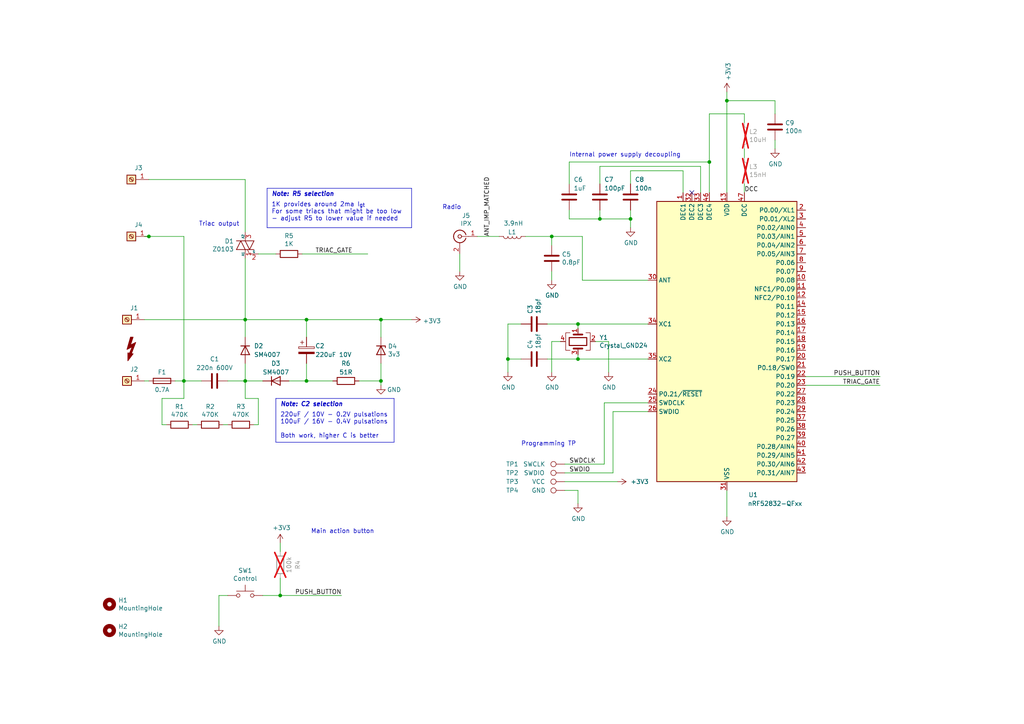
<source format=kicad_sch>
(kicad_sch (version 20231120) (generator "eeschema") (generator_version "8.0")
  (paper "A4")
  (title_block (title "Nordic Switch") (date "2024-10-04") (rev "1.1a") (company "dossalab"))
  (lib_symbols
    (symbol "Connector:Conn_Coaxial" (pin_names (offset 1.016) hide)
      (property "Reference" "J" (at 0.254 3.048 0))
      (property "Value" "Conn_Coaxial" (at 2.921 0 90))
      (symbol "Conn_Coaxial_0_1"
        (arc (start -1.778 -0.508) (mid 0.222 -1.808) (end 1.778 0) (stroke (width 0.254)))
        (polyline (pts (xy -2.54 0) (xy -0.508 0)))
        (polyline (pts (xy 0 -2.54) (xy 0 -1.778)))
        (circle (center 0 0) (radius 0.508) (stroke (width 0.2032)))
        (arc (start 1.778 0) (mid 0.222 1.8083) (end -1.778 0.508) (stroke (width 0.254)))
      )
      (symbol "Conn_Coaxial_1_1"
        (pin passive line (at -5.08 0 0) (length 2.54) (name "In") (number "1"))
        (pin passive line (at 0 -5.08 90) (length 2.54) (name "Ext") (number "2"))
      )
    )
    (symbol "Connector:Screw_Terminal_01x01" (pin_names (offset 1.016) hide)
      (property "Reference" "J" (at 0 2.54 0))
      (property "Value" "Screw_Terminal_01x01" (at 0 -2.54 0))
      (symbol "Screw_Terminal_01x01_1_1"
        (rectangle (start -1.27 1.27) (end 1.27 -1.27) (stroke (width 0.254)) (fill (type background)))
        (polyline (pts (xy -0.5334 0.3302) (xy 0.3302 -0.508)) (stroke (width 0.1524)))
        (polyline (pts (xy -0.3556 0.508) (xy 0.508 -0.3302)) (stroke (width 0.1524)))
        (circle (center 0 0) (radius 0.635) (stroke (width 0.1524)))
        (pin passive line (at -5.08 0 0) (length 3.81) (name "Pin_1") (number "1"))
      )
    )
    (symbol "Connector:TestPoint" (pin_numbers hide) (pin_names (offset 0.762) hide)
      (property "Reference" "TP" (at 0 6.858 0))
      (property "Value" "TestPoint" (at 0 5.08 0))
      (symbol "TestPoint_0_1"
        (circle (center 0 3.302) (radius 0.762))
      )
      (symbol "TestPoint_1_1"
        (pin passive line (at 0 0 90) (length 2.54) (name "1") (number "1"))
      )
    )
    (symbol "Device:C" (pin_numbers hide) (pin_names (offset 0.254))
      (property "Reference" "C" (at 0.635 2.54 0))
      (property "Value" "C" (at 0.635 -2.54 0))
      (symbol "C_0_1"
        (polyline (pts (xy -2.032 -0.762) (xy 2.032 -0.762)) (stroke (width 0.508)))
        (polyline (pts (xy -2.032 0.762) (xy 2.032 0.762)) (stroke (width 0.508)))
      )
      (symbol "C_1_1"
        (pin passive line (at 0 3.81 270) (length 2.794) (name "~") (number "1"))
        (pin passive line (at 0 -3.81 90) (length 2.794) (name "~") (number "2"))
      )
    )
    (symbol "Device:CP" (pin_numbers hide) (pin_names (offset 0.254))
      (property "Reference" "C" (at 0.635 2.54 0))
      (property "Value" "Device_CP" (at 0.635 -2.54 0))
      (symbol "CP_0_1"
        (rectangle (start -2.286 0.508) (end 2.286 1.016))
        (polyline (pts (xy -1.778 2.286) (xy -0.762 2.286)))
        (polyline (pts (xy -1.27 2.794) (xy -1.27 1.778)))
        (rectangle (start 2.286 -0.508) (end -2.286 -1.016) (fill (type outline)))
      )
      (symbol "CP_1_1"
        (pin passive line (at 0 3.81 270) (length 2.794) (name "~") (number "1"))
        (pin passive line (at 0 -3.81 90) (length 2.794) (name "~") (number "2"))
      )
    )
    (symbol "Device:Crystal_GND24" (pin_names (offset 1.016) hide)
      (property "Reference" "Y" (at 3.175 5.08 0))
      (property "Value" "Crystal_GND24" (at 3.175 3.175 0))
      (symbol "Crystal_GND24_0_1"
        (rectangle (start -1.143 2.54) (end 1.143 -2.54) (stroke (width 0.3048)))
        (polyline (pts (xy -2.54 0) (xy -2.032 0)))
        (polyline (pts (xy -2.032 -1.27) (xy -2.032 1.27)) (stroke (width 0.508)))
        (polyline (pts (xy 0 -3.81) (xy 0 -3.556)))
        (polyline (pts (xy 0 3.556) (xy 0 3.81)))
        (polyline (pts (xy 2.032 -1.27) (xy 2.032 1.27)) (stroke (width 0.508)))
        (polyline (pts (xy 2.032 0) (xy 2.54 0)))
        (polyline (pts (xy -2.54 -2.286) (xy -2.54 -3.556) (xy 2.54 -3.556) (xy 2.54 -2.286)))
        (polyline (pts (xy -2.54 2.286) (xy -2.54 3.556) (xy 2.54 3.556) (xy 2.54 2.286)))
      )
      (symbol "Crystal_GND24_1_1"
        (pin passive line (at -3.81 0 0) (length 1.27) (name "1") (number "1"))
        (pin passive line (at 0 5.08 270) (length 1.27) (name "2") (number "2"))
        (pin passive line (at 3.81 0 180) (length 1.27) (name "3") (number "3"))
        (pin passive line (at 0 -5.08 90) (length 1.27) (name "4") (number "4"))
      )
    )
    (symbol "Device:D_Zener" (pin_numbers hide) (pin_names (offset 1.016) hide)
      (property "Reference" "D" (at 0 2.54 0))
      (property "Value" "D_Zener" (at 0 -2.54 0))
      (symbol "D_Zener_0_1"
        (polyline (pts (xy 1.27 0) (xy -1.27 0)))
        (polyline (pts (xy -1.27 -1.27) (xy -1.27 1.27) (xy -0.762 1.27)) (stroke (width 0.254)))
        (polyline (pts (xy 1.27 -1.27) (xy 1.27 1.27) (xy -1.27 0) (xy 1.27 -1.27)) (stroke (width 0.254)))
      )
      (symbol "D_Zener_1_1"
        (pin passive line (at -3.81 0 0) (length 2.54) (name "K") (number "1"))
        (pin passive line (at 3.81 0 180) (length 2.54) (name "A") (number "2"))
      )
    )
    (symbol "Device:Fuse" (pin_numbers hide) (pin_names (offset 0))
      (property "Reference" "F" (at 2.032 0 90))
      (property "Value" "Fuse" (at -1.905 0 90))
      (symbol "Fuse_0_1"
        (rectangle (start -0.762 -2.54) (end 0.762 2.54) (stroke (width 0.254)))
        (polyline (pts (xy 0 2.54) (xy 0 -2.54)))
      )
      (symbol "Fuse_1_1"
        (pin passive line (at 0 3.81 270) (length 1.27) (name "~") (number "1"))
        (pin passive line (at 0 -3.81 90) (length 1.27) (name "~") (number "2"))
      )
    )
    (symbol "Device:L" (pin_numbers hide) (pin_names (offset 1.016) hide)
      (property "Reference" "L" (at -1.27 0 90))
      (property "Value" "L" (at 1.905 0 90))
      (symbol "L_0_1"
        (arc (start 0 -2.54) (mid 0.6323 -1.905) (end 0 -1.27))
        (arc (start 0 -1.27) (mid 0.6323 -0.635) (end 0 0))
        (arc (start 0 0) (mid 0.6323 0.635) (end 0 1.27))
        (arc (start 0 1.27) (mid 0.6323 1.905) (end 0 2.54))
      )
      (symbol "L_1_1"
        (pin passive line (at 0 3.81 270) (length 1.27) (name "1") (number "1"))
        (pin passive line (at 0 -3.81 90) (length 1.27) (name "2") (number "2"))
      )
    )
    (symbol "Device:Q_TRIAC_A1GA2" (pin_names (offset 0))
      (property "Reference" "D" (at 3.175 0.635 0))
      (property "Value" "Q_TRIAC_A1GA2" (at 3.175 -1.27 0))
      (symbol "Q_TRIAC_A1GA2_0_1"
        (polyline (pts (xy -2.54 -1.27) (xy 2.54 -1.27)) (stroke (width 0.2032)))
        (polyline (pts (xy -2.54 1.27) (xy 2.54 1.27)) (stroke (width 0.2032)))
        (polyline (pts (xy -1.27 -2.54) (xy -0.635 -1.27)))
        (polyline (pts (xy -2.54 1.27) (xy -1.27 -1.27) (xy 0 1.27)) (stroke (width 0.2032)))
        (polyline (pts (xy 0 -1.27) (xy 1.27 1.27) (xy 2.54 -1.27)) (stroke (width 0.2032)))
      )
      (symbol "Q_TRIAC_A1GA2_1_1"
        (pin passive line (at 0 -3.81 90) (length 2.54) (name "A1") (number "1"))
        (pin input line (at -3.81 -2.54 0) (length 2.54) (name "G") (number "2"))
        (pin passive line (at 0 3.81 270) (length 2.54) (name "A2") (number "3"))
      )
    )
    (symbol "Device:R" (pin_numbers hide) (pin_names (offset 0))
      (property "Reference" "R" (at 2.032 0 90))
      (property "Value" "R" (at 0 0 90))
      (symbol "R_0_1"
        (rectangle (start -1.016 -2.54) (end 1.016 2.54) (stroke (width 0.254)))
      )
      (symbol "R_1_1"
        (pin passive line (at 0 3.81 270) (length 1.27) (name "~") (number "1"))
        (pin passive line (at 0 -3.81 90) (length 1.27) (name "~") (number "2"))
      )
    )
    (symbol "Diode:SM4007" (pin_numbers hide) (pin_names (offset 1.016) hide)
      (property "Reference" "D" (at 0 2.54 0))
      (property "Value" "SM4007" (at 0 -2.54 0))
      (symbol "SM4007_0_1"
        (polyline (pts (xy -1.27 1.27) (xy -1.27 -1.27)) (stroke (width 0.254)))
        (polyline (pts (xy 1.27 0) (xy -1.27 0)))
        (polyline (pts (xy 1.27 1.27) (xy 1.27 -1.27) (xy -1.27 0) (xy 1.27 1.27)) (stroke (width 0.254)))
      )
      (symbol "SM4007_1_1"
        (pin passive line (at -3.81 0 0) (length 2.54) (name "K") (number "1"))
        (pin passive line (at 3.81 0 180) (length 2.54) (name "A") (number "2"))
      )
    )
    (symbol "Graphic:SYM_Flash_Small" (pin_names (offset 1.016))
      (symbol "SYM_Flash_Small_0_1"
        (polyline (pts (xy 0.508 -1.016) (xy -1.016 -0.762) (xy -1.016 -3.048) (xy 0.508 -1.016)) (stroke (width 0.2032)) (fill (type outline)))
        (polyline (pts (xy -0.254 3.81) (xy 0.508 3.81) (xy -0.254 1.524) (xy 1.27 2.286) (xy 0 -1.016) (xy -0.508 -0.762) (xy 0.254 1.016) (xy -1.27 0.254) (xy -0.254 3.81)) (stroke (width 0.2032)) (fill (type outline)))
      )
    )
    (symbol "MCU_Nordic:nRF52832-QFxx"
      (property "Reference" "U" (at 0 1.27 0))
      (property "Value" "nRF52832-QFxx" (at 0 -1.27 0))
      (symbol "nRF52832-QFxx_0_1"
        (rectangle (start -20.32 40.64) (end 20.32 -40.64) (stroke (width 0.254)) (fill (type background)))
      )
      (symbol "nRF52832-QFxx_1_1"
        (pin passive line (at -12.7 43.18 270) (length 2.54) (name "DEC1") (number "1"))
        (pin bidirectional line (at 22.86 17.78 180) (length 2.54) (name "P0.08") (number "10"))
        (pin bidirectional line (at 22.86 15.24 180) (length 2.54) (name "NFC1/P0.09") (number "11"))
        (pin bidirectional line (at 22.86 12.7 180) (length 2.54) (name "NFC2/P0.10") (number "12"))
        (pin power_in line (at 0 43.18 270) (length 2.54) (name "VDD") (number "13"))
        (pin bidirectional line (at 22.86 10.16 180) (length 2.54) (name "P0.11") (number "14"))
        (pin bidirectional line (at 22.86 7.62 180) (length 2.54) (name "P0.12") (number "15"))
        (pin bidirectional line (at 22.86 5.08 180) (length 2.54) (name "P0.13") (number "16"))
        (pin bidirectional line (at 22.86 2.54 180) (length 2.54) (name "P0.14") (number "17"))
        (pin bidirectional line (at 22.86 0 180) (length 2.54) (name "P0.15") (number "18"))
        (pin bidirectional line (at 22.86 -2.54 180) (length 2.54) (name "P0.16") (number "19"))
        (pin bidirectional line (at 22.86 38.1 180) (length 2.54) (name "P0.00/XL1") (number "2"))
        (pin bidirectional line (at 22.86 -5.08 180) (length 2.54) (name "P0.17") (number "20"))
        (pin bidirectional line (at 22.86 -7.62 180) (length 2.54) (name "P0.18/SWO") (number "21"))
        (pin bidirectional line (at 22.86 -10.16 180) (length 2.54) (name "P0.19") (number "22"))
        (pin bidirectional line (at 22.86 -12.7 180) (length 2.54) (name "P0.20") (number "23"))
        (pin bidirectional line (at -22.86 -15.24 0) (length 2.54) (name "P0.21/~{RESET}") (number "24"))
        (pin input line (at -22.86 -17.78 0) (length 2.54) (name "SWDCLK") (number "25"))
        (pin bidirectional line (at -22.86 -20.32 0) (length 2.54) (name "SWDIO") (number "26"))
        (pin bidirectional line (at 22.86 -15.24 180) (length 2.54) (name "P0.22") (number "27"))
        (pin bidirectional line (at 22.86 -17.78 180) (length 2.54) (name "P0.23") (number "28"))
        (pin bidirectional line (at 22.86 -20.32 180) (length 2.54) (name "P0.24") (number "29"))
        (pin bidirectional line (at 22.86 35.56 180) (length 2.54) (name "P0.01/XL2") (number "3"))
        (pin passive line (at -22.86 17.78 0) (length 2.54) (name "ANT") (number "30"))
        (pin power_in line (at 0 -43.18 90) (length 2.54) (name "VSS") (number "31"))
        (pin passive line (at -10.16 43.18 270) (length 2.54) (name "DEC2") (number "32"))
        (pin passive line (at -7.62 43.18 270) (length 2.54) (name "DEC3") (number "33"))
        (pin input line (at -22.86 5.08 0) (length 2.54) (name "XC1") (number "34"))
        (pin input line (at -22.86 -5.08 0) (length 2.54) (name "XC2") (number "35"))
        (pin passive line (at 0 43.18 270) (length 2.54) hide (name "VDD") (number "36"))
        (pin bidirectional line (at 22.86 -22.86 180) (length 2.54) (name "P0.25") (number "37"))
        (pin bidirectional line (at 22.86 -25.4 180) (length 2.54) (name "P0.26") (number "38"))
        (pin bidirectional line (at 22.86 -27.94 180) (length 2.54) (name "P0.27") (number "39"))
        (pin bidirectional line (at 22.86 33.02 180) (length 2.54) (name "P0.02/AIN0") (number "4"))
        (pin bidirectional line (at 22.86 -30.48 180) (length 2.54) (name "P0.28/AIN4") (number "40"))
        (pin bidirectional line (at 22.86 -33.02 180) (length 2.54) (name "P0.29/AIN5") (number "41"))
        (pin bidirectional line (at 22.86 -35.56 180) (length 2.54) (name "P0.30/AIN6") (number "42"))
        (pin bidirectional line (at 22.86 -38.1 180) (length 2.54) (name "P0.31/AIN7") (number "43"))
        (pin no_connect line (at -20.32 -30.48 0) (length 2.54) hide (name "NC") (number "44"))
        (pin passive line (at 0 -43.18 90) (length 2.54) hide (name "VSS") (number "45"))
        (pin passive line (at -5.08 43.18 270) (length 2.54) (name "DEC4") (number "46"))
        (pin power_out line (at 5.08 43.18 270) (length 2.54) (name "DCC") (number "47"))
        (pin passive line (at 0 43.18 270) (length 2.54) hide (name "VDD") (number "48"))
        (pin passive line (at 0 -43.18 90) (length 2.54) hide (name "VSS") (number "49"))
        (pin bidirectional line (at 22.86 30.48 180) (length 2.54) (name "P0.03/AIN1") (number "5"))
        (pin bidirectional line (at 22.86 27.94 180) (length 2.54) (name "P0.04/AIN2") (number "6"))
        (pin bidirectional line (at 22.86 25.4 180) (length 2.54) (name "P0.05/AIN3") (number "7"))
        (pin bidirectional line (at 22.86 22.86 180) (length 2.54) (name "P0.06") (number "8"))
        (pin bidirectional line (at 22.86 20.32 180) (length 2.54) (name "P0.07") (number "9"))
      )
    )
    (symbol "Mechanical:MountingHole" (pin_names (offset 1.016))
      (property "Reference" "H" (at 0 5.08 0))
      (property "Value" "MountingHole" (at 0 3.175 0))
      (symbol "MountingHole_0_1"
        (circle (center 0 0) (radius 1.27) (stroke (width 1.27)))
      )
    )
    (symbol "Switch:SW_Push" (pin_numbers hide) (pin_names (offset 1.016) hide)
      (property "Reference" "SW" (at 1.27 2.54 0))
      (property "Value" "SW_Push" (at 0 -1.524 0))
      (symbol "SW_Push_0_1"
        (circle (center -2.032 0) (radius 0.508))
        (polyline (pts (xy 0 1.27) (xy 0 3.048)))
        (polyline (pts (xy 2.54 1.27) (xy -2.54 1.27)))
        (circle (center 2.032 0) (radius 0.508))
        (pin passive line (at -5.08 0 0) (length 2.54) (name "1") (number "1"))
        (pin passive line (at 5.08 0 180) (length 2.54) (name "2") (number "2"))
      )
    )
    (symbol "power:+3V3" (power) (pin_names (offset 0))
      (property "Value" "+3V3" (at 0 3.556 0))
      (symbol "+3V3_0_1"
        (polyline (pts (xy -0.762 1.27) (xy 0 2.54)))
        (polyline (pts (xy 0 0) (xy 0 2.54)))
        (polyline (pts (xy 0 2.54) (xy 0.762 1.27)))
      )
      (symbol "+3V3_1_1"
        (pin power_in line (at 0 0 90) (length 0) hide (name "+3V3") (number "1"))
      )
    )
    (symbol "power:GND" (power) (pin_names (offset 0))
      (property "Value" "GND" (at 0 -3.81 0))
      (symbol "GND_0_1"
        (polyline (pts (xy 0 0) (xy 0 -1.27) (xy 1.27 -1.27) (xy 0 -2.54) (xy -1.27 -1.27) (xy 0 -1.27)))
      )
      (symbol "GND_1_1"
        (pin power_in line (at 0 0 270) (length 0) hide (name "GND") (number "1"))
      )
    )
  )
  (junction (at 182.88 63.5))
  (junction (at 53.34 110.49))
  (junction (at 160.02 68.58))
  (junction (at 167.64 93.98))
  (junction (at 43.18 68.58))
  (junction (at 88.9 92.71))
  (junction (at 71.12 110.49))
  (junction (at 110.49 92.71))
  (junction (at 205.74 46.99))
  (junction (at 88.9 110.49))
  (junction (at 110.49 110.49))
  (junction (at 81.28 172.72))
  (junction (at 71.12 92.71))
  (junction (at 210.82 29.21))
  (junction (at 147.32 104.14))
  (junction (at 167.64 104.14))
  (junction (at 173.99 63.5))
  (no_connect (at 200.66 55.88))
  (wire (pts (xy 167.64 146.05) (xy 167.64 142.24)))
  (wire (pts (xy 167.64 142.24) (xy 163.83 142.24)))
  (wire (pts (xy 224.79 43.18) (xy 224.79 40.64)))
  (wire (pts (xy 160.02 107.95) (xy 160.02 99.06)))
  (wire (pts (xy 43.18 68.58) (xy 53.34 68.58)))
  (wire (pts (xy 81.28 172.72) (xy 81.28 167.64)))
  (polyline (pts (xy 80.01 128.27) (xy 114.3 128.27)))
  (polyline (pts (xy 119.38 66.04) (xy 119.38 54.61)))
  (wire (pts (xy 175.26 116.84) (xy 187.96 116.84)))
  (wire (pts (xy 152.4 68.58) (xy 160.02 68.58)))
  (wire (pts (xy 165.1 60.96) (xy 165.1 63.5)))
  (wire (pts (xy 182.88 49.53) (xy 198.12 49.53)))
  (wire (pts (xy 158.75 93.98) (xy 167.64 93.98)))
  (wire (pts (xy 74.93 123.19) (xy 73.66 123.19)))
  (wire (pts (xy 81.28 157.48) (xy 81.28 160.02)))
  (wire (pts (xy 71.12 115.57) (xy 74.93 115.57)))
  (wire (pts (xy 233.68 111.76) (xy 255.27 111.76)))
  (polyline (pts (xy 80.01 115.57) (xy 80.01 128.27)))
  (wire (pts (xy 215.9 33.02) (xy 205.74 33.02)))
  (wire (pts (xy 182.88 63.5) (xy 182.88 60.96)))
  (wire (pts (xy 110.49 105.41) (xy 110.49 110.49)))
  (wire (pts (xy 46.99 115.57) (xy 53.34 115.57)))
  (wire (pts (xy 83.82 110.49) (xy 88.9 110.49)))
  (wire (pts (xy 160.02 99.06) (xy 162.56 99.06)))
  (wire (pts (xy 53.34 110.49) (xy 53.34 115.57)))
  (wire (pts (xy 151.13 93.98) (xy 147.32 93.98)))
  (wire (pts (xy 41.91 110.49) (xy 43.18 110.49)))
  (wire (pts (xy 41.91 68.58) (xy 43.18 68.58)))
  (polyline (pts (xy 77.47 54.61) (xy 77.47 66.04)))
  (wire (pts (xy 210.82 29.21) (xy 224.79 29.21)))
  (wire (pts (xy 43.18 52.07) (xy 71.12 52.07)))
  (wire (pts (xy 165.1 63.5) (xy 173.99 63.5)))
  (wire (pts (xy 177.8 119.38) (xy 177.8 137.16)))
  (wire (pts (xy 175.26 116.84) (xy 175.26 134.62)))
  (wire (pts (xy 55.88 123.19) (xy 57.15 123.19)))
  (polyline (pts (xy 114.3 115.57) (xy 80.01 115.57)))
  (wire (pts (xy 133.35 78.74) (xy 133.35 73.66)))
  (wire (pts (xy 71.12 74.93) (xy 71.12 92.71)))
  (wire (pts (xy 71.12 97.79) (xy 71.12 92.71)))
  (wire (pts (xy 147.32 107.95) (xy 147.32 104.14)))
  (wire (pts (xy 104.14 110.49) (xy 110.49 110.49)))
  (polyline (pts (xy 77.47 66.04) (xy 119.38 66.04)))
  (wire (pts (xy 147.32 104.14) (xy 151.13 104.14)))
  (wire (pts (xy 63.5 172.72) (xy 66.04 172.72)))
  (wire (pts (xy 182.88 63.5) (xy 173.99 63.5)))
  (wire (pts (xy 205.74 33.02) (xy 205.74 46.99)))
  (wire (pts (xy 110.49 110.49) (xy 110.49 111.76)))
  (wire (pts (xy 176.53 99.06) (xy 172.72 99.06)))
  (wire (pts (xy 80.01 73.66) (xy 74.93 73.66)))
  (wire (pts (xy 205.74 55.88) (xy 205.74 46.99)))
  (wire (pts (xy 50.8 110.49) (xy 53.34 110.49)))
  (wire (pts (xy 71.12 92.71) (xy 88.9 92.71)))
  (wire (pts (xy 147.32 93.98) (xy 147.32 104.14)))
  (wire (pts (xy 88.9 110.49) (xy 96.52 110.49)))
  (wire (pts (xy 158.75 104.14) (xy 167.64 104.14)))
  (wire (pts (xy 187.96 104.14) (xy 167.64 104.14)))
  (wire (pts (xy 215.9 35.56) (xy 215.9 33.02)))
  (wire (pts (xy 160.02 71.12) (xy 160.02 68.58)))
  (wire (pts (xy 63.5 181.61) (xy 63.5 172.72)))
  (wire (pts (xy 233.68 109.22) (xy 255.27 109.22)))
  (wire (pts (xy 224.79 33.02) (xy 224.79 29.21)))
  (wire (pts (xy 58.42 110.49) (xy 53.34 110.49)))
  (wire (pts (xy 173.99 53.34) (xy 173.99 48.26)))
  (wire (pts (xy 176.53 107.95) (xy 176.53 99.06)))
  (wire (pts (xy 48.26 123.19) (xy 46.99 123.19)))
  (wire (pts (xy 71.12 105.41) (xy 71.12 110.49)))
  (wire (pts (xy 173.99 63.5) (xy 173.99 60.96)))
  (wire (pts (xy 64.77 123.19) (xy 66.04 123.19)))
  (wire (pts (xy 74.93 115.57) (xy 74.93 123.19)))
  (wire (pts (xy 46.99 123.19) (xy 46.99 115.57)))
  (wire (pts (xy 177.8 119.38) (xy 187.96 119.38)))
  (wire (pts (xy 71.12 52.07) (xy 71.12 67.31)))
  (wire (pts (xy 71.12 115.57) (xy 71.12 110.49)))
  (wire (pts (xy 165.1 46.99) (xy 165.1 53.34)))
  (wire (pts (xy 182.88 53.34) (xy 182.88 49.53)))
  (wire (pts (xy 76.2 172.72) (xy 81.28 172.72)))
  (wire (pts (xy 210.82 149.86) (xy 210.82 142.24)))
  (wire (pts (xy 160.02 81.28) (xy 160.02 78.74)))
  (wire (pts (xy 163.83 139.7) (xy 179.07 139.7)))
  (polyline (pts (xy 119.38 54.61) (xy 77.47 54.61)))
  (wire (pts (xy 205.74 46.99) (xy 165.1 46.99)))
  (wire (pts (xy 163.83 134.62) (xy 175.26 134.62)))
  (wire (pts (xy 76.2 110.49) (xy 71.12 110.49)))
  (wire (pts (xy 203.2 48.26) (xy 203.2 55.88)))
  (wire (pts (xy 168.91 81.28) (xy 187.96 81.28)))
  (wire (pts (xy 87.63 73.66) (xy 106.68 73.66)))
  (wire (pts (xy 160.02 68.58) (xy 168.91 68.58)))
  (wire (pts (xy 163.83 137.16) (xy 177.8 137.16)))
  (wire (pts (xy 210.82 26.67) (xy 210.82 29.21)))
  (wire (pts (xy 53.34 68.58) (xy 53.34 110.49)))
  (wire (pts (xy 88.9 92.71) (xy 110.49 92.71)))
  (wire (pts (xy 88.9 105.41) (xy 88.9 110.49)))
  (wire (pts (xy 215.9 55.88) (xy 215.9 53.34)))
  (wire (pts (xy 88.9 97.79) (xy 88.9 92.71)))
  (polyline (pts (xy 114.3 128.27) (xy 114.3 115.57)))
  (wire (pts (xy 182.88 66.04) (xy 182.88 63.5)))
  (wire (pts (xy 110.49 92.71) (xy 119.38 92.71)))
  (wire (pts (xy 187.96 93.98) (xy 167.64 93.98)))
  (wire (pts (xy 81.28 172.72) (xy 99.06 172.72)))
  (wire (pts (xy 173.99 48.26) (xy 203.2 48.26)))
  (wire (pts (xy 144.78 68.58) (xy 138.43 68.58)))
  (wire (pts (xy 110.49 97.79) (xy 110.49 92.71)))
  (wire (pts (xy 167.64 93.98) (xy 167.64 95.25)))
  (wire (pts (xy 41.91 92.71) (xy 71.12 92.71)))
  (wire (pts (xy 167.64 104.14) (xy 167.64 102.87)))
  (wire (pts (xy 210.82 29.21) (xy 210.82 55.88)))
  (wire (pts (xy 66.04 110.49) (xy 71.12 110.49)))
  (wire (pts (xy 215.9 45.72) (xy 215.9 43.18)))
  (wire (pts (xy 168.91 68.58) (xy 168.91 81.28)))
  (wire (pts (xy 198.12 49.53) (xy 198.12 55.88)))
  (text "Triac output\n" (at 57.658 65.786 0) (effects (font (size 1.27 1.27)) (justify left bottom)))
  (text "Programming TP" (at 151.13 129.54 0) (effects (font (size 1.27 1.27)) (justify left bottom)))
  (text "Internal power supply decoupling\n" (at 165.1 45.72 0) (effects (font (size 1.27 1.27)) (justify left bottom)))
  (text "1K provides around 2ma I_{gt}\nFor some triacs that might be too low\n- adjust R5 to lower value if needed" (at 78.74 58.674 0) (effects (font (size 1.27 1.27)) (justify left top)))
  (text "Main action button\n" (at 90.17 154.94 0) (effects (font (size 1.27 1.27)) (justify left bottom)))
  (text "Note: R5 selection" (at 78.74 57.15 0) (effects (font (size 1.27 1.27) (thickness 0.254) (bold yes) (italic yes)) (justify left bottom)))
  (text "Note: C2 selection" (at 81.28 118.11 0) (effects (font (size 1.27 1.27) (thickness 0.254) (bold yes) (italic yes)) (justify left bottom)))
  (text "Radio\n" (at 128.27 60.96 0) (effects (font (size 1.27 1.27)) (justify left bottom)))
  (text "220uF / 10V - 0.2V pulsations\n100uF / 16V - 0.4V pulsations\n\nBoth work, higher C is better" (at 81.28 119.634 0) (effects (font (size 1.27 1.27)) (justify left top)))
  (label "TRIAC_GATE" (at 255.27 111.76 180))
  (label "ANT_IMP_MATCHED" (at 142.24 68.58 90))
  (label "TRIAC_GATE" (at 91.44 73.66 0))
  (label "DCC" (at 215.9 55.88 0))
  (label "PUSH_BUTTON" (at 99.06 172.72 180))
  (label "SWDCLK" (at 165.1 134.62 0))
  (label "SWDIO" (at 165.1 137.16 0))
  (label "PUSH_BUTTON" (at 255.27 109.22 180))
  (symbol (lib_id "Device:C") (at 62.23 110.49 90) (unit 1)
    (property "Reference" "C1" (at 62.23 104.14 90))
    (property "Value" "220n 600V" (at 62.23 106.68 90))
    (property "Footprint" "nordic-switch:CP_CBB_684J_400V_Flat" (effects (hide yes)))
  )
  (symbol (lib_id "Device:D_Zener") (at 110.49 101.6 270) (unit 1)
    (property "Reference" "D4" (at 112.4966 100.4316 90) (effects (justify left)))
    (property "Value" "3v3" (at 112.4966 102.743 90) (effects (justify left)))
    (property "Footprint" "Diode_SMD:D_MiniMELF" (effects (hide yes)))
  )
  (symbol (lib_id "MCU_Nordic:nRF52832-QFxx") (at 210.82 99.06 0) (unit 1)
    (property "Reference" "U1" (at 218.44 143.51 0))
    (property "Value" "nRF52832-QFxx" (at 224.79 146.05 0))
    (property "Footprint" "Package_DFN_QFN:QFN-48-1EP_6x6mm_P0.4mm_EP4.6x4.6mm" (effects (hide yes)))
    (property "Datasheet" "http://infocenter.nordicsemi.com/pdf/nRF52832_PS_v1.4.pdf" (effects (hide yes)))
  )
  (symbol (lib_id "Device:CP") (at 88.9 101.6 0) (unit 1)
    (property "Reference" "C2" (at 91.44 100.33 0) (effects (justify left)))
    (property "Value" "220uF 10V" (at 91.44 102.87 0) (effects (justify left)))
    (property "Footprint" "Capacitor_Tantalum_SMD:CP_EIA-7343-30_AVX-N" (effects (hide yes)))
  )
  (symbol (lib_id "power:+3V3") (at 119.38 92.71 270) (unit 1)
    (property "Reference" "#PWR04" (effects (hide yes)))
    (property "Value" "+3V3" (at 122.6312 93.091 90) (effects (justify left)))
  )
  (symbol (lib_id "power:GND") (at 110.49 111.76 0) (unit 1)
    (property "Reference" "#PWR03" (effects (hide yes)))
    (property "Value" "GND" (at 114.3 113.03 0))
  )
  (symbol (lib_id "Switch:SW_Push") (at 71.12 172.72 0) (unit 1)
    (property "Reference" "SW1" (at 71.12 165.481 0))
    (property "Value" "Control" (at 71.12 167.7924 0))
    (property "Footprint" "Button_Switch_SMD:SW_SPST_PTS645" (effects (hide yes)))
  )
  (symbol (lib_id "Connector:Screw_Terminal_01x01") (at 36.83 92.71 180) (unit 1)
    (property "Reference" "J1" (at 38.9128 89.3318 0))
    (property "Value" "Screw_Terminal_01x01" (effects (hide yes)))
    (property "Footprint" "Connector_Wire:SolderWire-1sqmm_1x01_D1.4mm_OD2.7mm" (effects (hide yes)))
  )
  (symbol (lib_id "Connector:Screw_Terminal_01x01") (at 36.83 110.49 180) (unit 1)
    (property "Reference" "J2" (at 38.9128 107.1118 0))
    (property "Value" "Screw_Terminal_01x01" (effects (hide yes)))
    (property "Footprint" "Connector_Wire:SolderWire-1sqmm_1x01_D1.4mm_OD2.7mm" (effects (hide yes)))
  )
  (symbol (lib_id "Connector:Screw_Terminal_01x01") (at 38.1 52.07 180) (unit 1)
    (property "Reference" "J3" (at 40.1828 48.6918 0))
    (property "Value" "Screw_Terminal_01x01" (effects (hide yes)))
    (property "Footprint" "Connector_Wire:SolderWire-1sqmm_1x01_D1.4mm_OD2.7mm" (effects (hide yes)))
  )
  (symbol (lib_id "Connector:Screw_Terminal_01x01") (at 38.1 68.58 180) (unit 1)
    (property "Reference" "J4" (at 40.1828 65.2018 0))
    (property "Value" "Screw_Terminal_01x01" (effects (hide yes)))
    (property "Footprint" "Connector_Wire:SolderWire-1sqmm_1x01_D1.4mm_OD2.7mm" (effects (hide yes)))
  )
  (symbol (lib_id "Device:C") (at 165.1 57.15 0) (unit 1)
    (property "Reference" "C6" (at 166.37 52.07 0) (effects (justify left)))
    (property "Value" "1uF" (at 166.37 54.61 0) (effects (justify left)))
    (property "Footprint" "Capacitor_SMD:C_0603_1608Metric" (effects (hide yes)))
  )
  (symbol (lib_id "Device:C") (at 173.99 57.15 0) (unit 1)
    (property "Reference" "C7" (at 175.26 52.07 0) (effects (justify left)))
    (property "Value" "100pF" (at 175.26 54.61 0) (effects (justify left)))
    (property "Footprint" "Capacitor_SMD:C_0603_1608Metric" (effects (hide yes)))
  )
  (symbol (lib_id "Device:C") (at 182.88 57.15 0) (unit 1)
    (property "Reference" "C8" (at 184.15 52.07 0) (effects (justify left)))
    (property "Value" "100n" (at 184.15 54.61 0) (effects (justify left)))
    (property "Footprint" "Capacitor_SMD:C_0603_1608Metric" (effects (hide yes)))
  )
  (symbol (lib_id "power:GND") (at 182.88 66.04 0) (unit 1)
    (property "Reference" "#PWR012" (effects (hide yes)))
    (property "Value" "GND" (at 183.007 70.4342 0))
  )
  (symbol (lib_id "power:+3V3") (at 210.82 26.67 0) (unit 1)
    (property "Reference" "#PWR013" (effects (hide yes)))
    (property "Value" "+3V3" (at 211.201 23.4188 90) (effects (justify left)))
  )
  (symbol (lib_id "Device:C") (at 224.79 36.83 0) (unit 1)
    (property "Reference" "C9" (at 227.711 35.6616 0) (effects (justify left)))
    (property "Value" "100n" (at 227.711 37.973 0) (effects (justify left)))
    (property "Footprint" "Capacitor_SMD:C_0603_1608Metric" (effects (hide yes)))
  )
  (symbol (lib_id "power:GND") (at 224.79 43.18 0) (unit 1)
    (property "Reference" "#PWR015" (effects (hide yes)))
    (property "Value" "GND" (at 224.917 47.5742 0))
  )
  (symbol (lib_id "Device:Crystal_GND24") (at 167.64 99.06 270) (unit 1)
    (property "Reference" "Y1" (at 173.8376 97.8916 90) (effects (justify left)))
    (property "Value" "Crystal_GND24" (at 173.8376 100.203 90) (effects (justify left)))
    (property "Footprint" "Crystal:Crystal_SMD_2520-4Pin_2.5x2.0mm" (effects (hide yes)))
  )
  (symbol (lib_id "Device:C") (at 154.94 93.98 90) (unit 1)
    (property "Reference" "C3" (at 153.7716 91.059 0) (effects (justify left)))
    (property "Value" "18pf" (at 156.083 91.059 0) (effects (justify left)))
    (property "Footprint" "Capacitor_SMD:C_0603_1608Metric" (effects (hide yes)))
  )
  (symbol (lib_id "Device:C") (at 154.94 104.14 90) (unit 1)
    (property "Reference" "C4" (at 153.7716 101.219 0) (effects (justify left)))
    (property "Value" "18pf" (at 156.083 101.219 0) (effects (justify left)))
    (property "Footprint" "Capacitor_SMD:C_0603_1608Metric" (effects (hide yes)))
  )
  (symbol (lib_id "power:GND") (at 147.32 107.95 0) (unit 1)
    (property "Reference" "#PWR06" (effects (hide yes)))
    (property "Value" "GND" (at 147.447 112.3442 0))
  )
  (symbol (lib_id "power:GND") (at 160.02 107.95 0) (unit 1)
    (property "Reference" "#PWR08" (effects (hide yes)))
    (property "Value" "GND" (at 160.147 112.3442 0))
  )
  (symbol (lib_id "power:GND") (at 176.53 107.95 0) (unit 1)
    (property "Reference" "#PWR010" (effects (hide yes)))
    (property "Value" "GND" (at 176.657 112.3442 0))
  )
  (symbol (lib_id "power:GND") (at 210.82 149.86 0) (unit 1)
    (property "Reference" "#PWR014" (effects (hide yes)))
    (property "Value" "GND" (at 210.947 154.2542 0))
  )
  (symbol (lib_id "Device:L") (at 215.9 49.53 0) (unit 1) (dnp yes)
    (property "Reference" "L3" (at 217.2462 48.3616 0) (effects (justify left)))
    (property "Value" "15nH" (at 217.2462 50.673 0) (effects (justify left)))
    (property "Footprint" "Inductor_SMD:L_0603_1608Metric" (effects (hide yes)))
  )
  (symbol (lib_id "Diode:SM4007") (at 80.01 110.49 0) (unit 1)
    (property "Reference" "D3" (at 80.01 105.41 0))
    (property "Value" "SM4007" (at 80.01 107.95 0))
    (property "Footprint" "Diode_SMD:D_MELF" (effects (hide yes)))
    (property "Datasheet" "http://cdn-reichelt.de/documents/datenblatt/A400/SMD1N400%23DIO.pdf" (effects (hide yes)))
  )
  (symbol (lib_id "Diode:SM4007") (at 71.12 101.6 270) (unit 1)
    (property "Reference" "D2" (at 73.66 100.33 90) (effects (justify left)))
    (property "Value" "SM4007" (at 73.66 102.87 90) (effects (justify left)))
    (property "Footprint" "Diode_SMD:D_MELF" (effects (hide yes)))
    (property "Datasheet" "http://cdn-reichelt.de/documents/datenblatt/A400/SMD1N400%23DIO.pdf" (effects (hide yes)))
  )
  (symbol (lib_id "Graphic:SYM_Flash_Small") (at 38.1 101.6 0) (unit 1)
    (property "Reference" "#SYM1" (effects (hide yes)))
    (property "Value" "SYM_Flash_Small" (effects (hide yes)))
  )
  (symbol (lib_id "Device:R") (at 100.33 110.49 270) (unit 1)
    (property "Reference" "R6" (at 100.33 105.41 90))
    (property "Value" "51R" (at 100.33 107.95 90))
    (property "Footprint" "Resistor_SMD:R_1206_3216Metric" (effects (hide yes)))
  )
  (symbol (lib_id "Device:Q_TRIAC_A1GA2") (at 71.12 71.12 0) (mirror y) (unit 1)
    (property "Reference" "D1" (at 67.8434 69.9516 0) (effects (justify left)))
    (property "Value" "Z0103" (at 67.8434 72.263 0) (effects (justify left)))
    (property "Footprint" "Package_TO_SOT_THT:TO-92_Inline_Wide" (effects (hide yes)))
  )
  (symbol (lib_id "Connector:Conn_Coaxial") (at 133.35 68.58 0) (mirror y) (unit 1)
    (property "Reference" "J5" (at 135.1788 62.5348 0))
    (property "Value" "IPX" (at 135.1788 64.8462 0))
    (property "Footprint" "Connector_Coaxial:U.FL_Hirose_U.FL-R-SMT-1_Vertical" (effects (hide yes)))
    (property "Datasheet" " ~" (effects (hide yes)))
  )
  (symbol (lib_id "Mechanical:MountingHole") (at 31.75 175.26 0) (unit 1)
    (property "Reference" "H1" (at 34.29 174.0916 0) (effects (justify left)))
    (property "Value" "MountingHole" (at 34.29 176.403 0) (effects (justify left)))
    (property "Footprint" "MountingHole:MountingHole_3.2mm_M3" (effects (hide yes)))
  )
  (symbol (lib_id "Mechanical:MountingHole") (at 31.75 182.88 0) (unit 1)
    (property "Reference" "H2" (at 34.29 181.7116 0) (effects (justify left)))
    (property "Value" "MountingHole" (at 34.29 184.023 0) (effects (justify left)))
    (property "Footprint" "MountingHole:MountingHole_3.2mm_M3" (effects (hide yes)))
  )
  (symbol (lib_id "Connector:TestPoint") (at 163.83 142.24 90) (unit 1)
    (property "Reference" "TP4" (at 148.59 142.24 90))
    (property "Value" "GND" (at 156.21 142.24 90))
    (property "Footprint" "TestPoint:TestPoint_Pad_D1.0mm" (effects (hide yes)))
  )
  (symbol (lib_id "power:GND") (at 167.64 146.05 0) (unit 1)
    (property "Reference" "#PWR09" (effects (hide yes)))
    (property "Value" "GND" (at 167.767 150.4442 0))
  )
  (symbol (lib_id "power:GND") (at 63.5 181.61 0) (unit 1)
    (property "Reference" "#PWR01" (effects (hide yes)))
    (property "Value" "GND" (at 63.627 186.0042 0))
  )
  (symbol (lib_id "Device:R") (at 81.28 163.83 180) (unit 1) (dnp yes)
    (property "Reference" "R4" (at 86.36 163.83 90))
    (property "Value" "100k" (at 83.82 163.83 90))
    (property "Footprint" "Resistor_SMD:R_0603_1608Metric" (effects (hide yes)))
  )
  (symbol (lib_id "Device:R") (at 83.82 73.66 90) (unit 1)
    (property "Reference" "R5" (at 83.82 68.4022 90))
    (property "Value" "1K" (at 83.82 70.7136 90))
    (property "Footprint" "Resistor_SMD:R_0603_1608Metric" (effects (hide yes)))
  )
  (symbol (lib_id "power:+3V3") (at 81.28 157.48 0) (unit 1)
    (property "Reference" "#PWR02" (effects (hide yes)))
    (property "Value" "+3V3" (at 81.661 153.0858 0))
  )
  (symbol (lib_id "Connector:TestPoint") (at 163.83 134.62 90) (unit 1)
    (property "Reference" "TP1" (at 148.59 134.62 90))
    (property "Value" "SWCLK" (at 154.94 134.62 90))
    (property "Footprint" "TestPoint:TestPoint_Pad_D1.0mm" (effects (hide yes)))
  )
  (symbol (lib_id "Connector:TestPoint") (at 163.83 137.16 90) (unit 1)
    (property "Reference" "TP2" (at 148.59 137.16 90))
    (property "Value" "SWDIO" (at 154.94 137.16 90))
    (property "Footprint" "TestPoint:TestPoint_Pad_D1.0mm" (effects (hide yes)))
  )
  (symbol (lib_id "Device:R") (at 52.07 123.19 270) (unit 1)
    (property "Reference" "R1" (at 52.07 117.9322 90))
    (property "Value" "470K" (at 52.07 120.2436 90))
    (property "Footprint" "Resistor_SMD:R_1206_3216Metric" (effects (hide yes)))
  )
  (symbol (lib_id "Device:R") (at 69.85 123.19 270) (unit 1)
    (property "Reference" "R3" (at 69.85 117.9322 90))
    (property "Value" "470K" (at 69.85 120.2436 90))
    (property "Footprint" "Resistor_SMD:R_1206_3216Metric" (effects (hide yes)))
  )
  (symbol (lib_id "Device:C") (at 160.02 74.93 0) (unit 1)
    (property "Reference" "C5" (at 162.941 73.7616 0) (effects (justify left)))
    (property "Value" "0.8pF" (at 162.941 76.073 0) (effects (justify left)))
    (property "Footprint" "Capacitor_SMD:C_0603_1608Metric" (effects (hide yes)))
  )
  (symbol (lib_id "power:GND") (at 160.02 81.28 0) (unit 1)
    (property "Reference" "#PWR07" (effects (hide yes)))
    (property "Value" "GND" (at 160.147 85.6742 0))
  )
  (symbol (lib_id "Device:L") (at 148.59 68.58 270) (unit 1)
    (property "Reference" "L1" (at 147.32 67.31 90) (effects (justify left)))
    (property "Value" "3.9nH" (at 146.05 64.77 90) (effects (justify left)))
    (property "Footprint" "Inductor_SMD:L_0603_1608Metric" (effects (hide yes)))
  )
  (symbol (lib_id "Device:Fuse") (at 46.99 110.49 270) (unit 1)
    (property "Reference" "F1" (at 46.99 107.95 90))
    (property "Value" "0.7A" (at 46.99 113.03 90))
    (property "Footprint" "Fuse:Fuse_Littelfuse_395Series" (effects (hide yes)))
  )
  (symbol (lib_id "power:GND") (at 133.35 78.74 0) (unit 1)
    (property "Reference" "#PWR05" (effects (hide yes)))
    (property "Value" "GND" (at 133.477 83.1342 0))
  )
  (symbol (lib_id "Device:L") (at 215.9 39.37 0) (unit 1) (dnp yes)
    (property "Reference" "L2" (at 217.2462 38.2016 0) (effects (justify left)))
    (property "Value" "10uH" (at 217.2462 40.513 0) (effects (justify left)))
    (property "Footprint" "Inductor_SMD:L_0805_2012Metric" (effects (hide yes)))
  )
  (symbol (lib_id "Connector:TestPoint") (at 163.83 139.7 90) (unit 1)
    (property "Reference" "TP3" (at 148.59 139.7 90))
    (property "Value" "VCC" (at 156.21 139.7 90))
    (property "Footprint" "TestPoint:TestPoint_Pad_D1.0mm" (effects (hide yes)))
  )
  (symbol (lib_id "Device:R") (at 60.96 123.19 270) (unit 1)
    (property "Reference" "R2" (at 60.96 117.9322 90))
    (property "Value" "470K" (at 60.96 120.2436 90))
    (property "Footprint" "Resistor_SMD:R_1206_3216Metric" (effects (hide yes)))
  )
  (symbol (lib_id "power:+3V3") (at 179.07 139.7 270) (unit 1)
    (property "Reference" "#PWR011" (effects (hide yes)))
    (property "Value" "+3V3" (at 182.88 139.6999 90) (effects (justify left)))
  )
)
</source>
